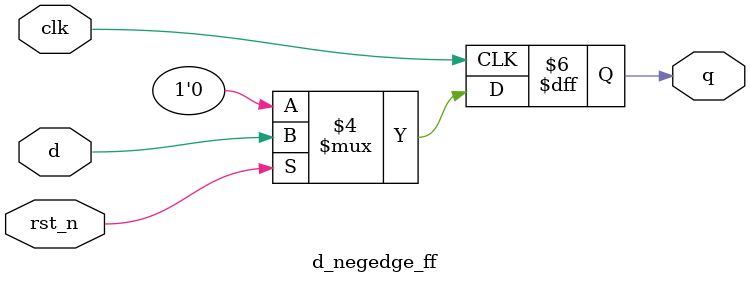
<source format=v>
module  d_negedge_ff (input rst_n, input d, input clk, output reg q);
  always @(negedge clk)
  begin
    if(!rst_n) 
      
q=1'b0;
  
else
    
  q=d;
 
 end

endmodule
    
  
      

</source>
